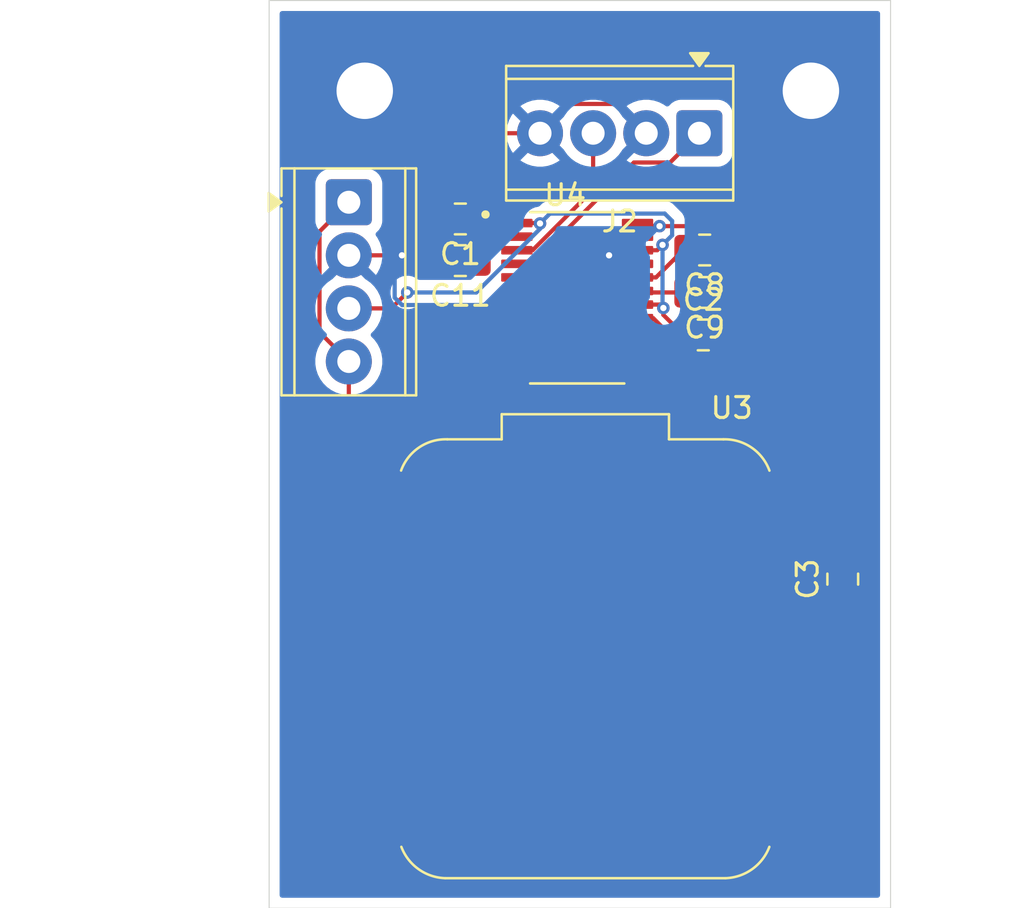
<source format=kicad_pcb>
(kicad_pcb (version 20241229) (generator "pcbnew") (generator_version "9.0")
  (layers (0 "F.Cu" signal) (2 "B.Cu" signal) (13 "F.Paste" user) (15 "B.Paste" user) (5 "F.SilkS" user "F.Silkscreen") (7 "B.SilkS" user "B.Silkscreen") (1 "F.Mask" user) (3 "B.Mask" user) (25 "Edge.Cuts" user))
  (net 0 "")
  (net 1 "+3.3V")
  (net 2 "Net-(U4-REF)")
  (net 3 "Net-(U4-REFCAP)")
  (net 4 "Net-(U3-PA6_A10_D10_MOSI)")
  (net 5 "Net-(U3-PA7_A8_D8_SCK)")
  (net 8 "Net-(U3-PA02_A0_D0)")
  (net 11 "Net-(U3-PA4_A1_D1)")
  (net 14 "Net-(U3-PA5_A9_D9_MISO)")
  (net 16 "Net-(J2-Pin_3)")
  (net 17 "Net-(J2-Pin_1)")
  (net 23 "+5V")
  (net 24 "GND")
  (footprint "RF_Module:MCU_Seeed_ESP32C3" (layer "F.Cu") (at 149.996 114.046)
    (property "Reference" "U3" (at 7 -12 0) (layer "F.SilkS"))
    (property "Value" "MOUDLE-SEEEDUINO-XIAO-ESP32C3")
    (fp_line (start -6.7 10.5) (end 6.7 10.5) (stroke (width 0.12)) (layer "F.SilkS"))
    (fp_line (start -4 -11.7) (end 4 -11.7) (stroke (width 0.12)) (layer "F.SilkS"))
    (fp_line (start -4 -10.5) (end -6.6 -10.5) (stroke (width 0.12)) (layer "F.SilkS"))
    (fp_line (start -4 -10.5) (end -4 -11.7) (stroke (width 0.12)) (layer "F.SilkS"))
    (fp_line (start 4 -11.7) (end 4 -10.5) (stroke (width 0.12)) (layer "F.SilkS"))
    (fp_line (start 6.6 -10.5) (end 4 -10.5) (stroke (width 0.12)) (layer "F.SilkS"))
    (fp_arc (start -8.812892 -9.00468) (mid -7.949609 -10.111769) (end -6.600468 -10.499999) (stroke (width 0.12)) (layer "F.SilkS"))
    (fp_arc (start -6.7 10.5) (mid -7.977232 10.068125) (end -8.8 9) (stroke (width 0.12)) (layer "F.SilkS"))
    (fp_arc (start 6.6 -10.499999) (mid 7.944325 -10.107116) (end 8.804034 -9.001464) (stroke (width 0.12)) (layer "F.SilkS"))
    (fp_arc (start 8.8 9) (mid 7.977232 10.068125) (end 6.7 10.5) (stroke (width 0.12)) (layer "F.SilkS"))
    (pad "1" smd roundrect (at -8.5 -7.62) (size 3 2) (layers "F.Cu" "F.Mask" "F.Paste") (net 8 "Net-(U3-PA02_A0_D0)"))
    (pad "2" smd roundrect (at -8.5 -5.08) (size 3 2) (layers "F.Cu" "F.Mask" "F.Paste") (net 11 "Net-(U3-PA4_A1_D1)"))
    (pad "3" smd roundrect (at -8.5 -2.54) (size 3 2) (layers "F.Cu" "F.Mask" "F.Paste"))
    (pad "4" smd roundrect (at -8.5 0) (size 3 2) (layers "F.Cu" "F.Mask" "F.Paste"))
    (pad "5" smd roundrect (at -8.5 2.54) (size 3 2) (layers "F.Cu" "F.Mask" "F.Paste"))
    (pad "6" smd roundrect (at -8.5 5.08) (size 3 2) (layers "F.Cu" "F.Mask" "F.Paste"))
    (pad "7" smd roundrect (at -8.5 7.62) (size 3 2) (layers "F.Cu" "F.Mask" "F.Paste"))
    (pad "8" smd roundrect (at 8.5 7.62) (size 3 2) (layers "F.Cu" "F.Mask" "F.Paste"))
    (pad "9" smd roundrect (at 8.5 5.08) (size 3 2) (layers "F.Cu" "F.Mask" "F.Paste") (net 5 "Net-(U3-PA7_A8_D8_SCK)"))
    (pad "10" smd roundrect (at 8.5 2.54) (size 3 2) (layers "F.Cu" "F.Mask" "F.Paste") (net 14 "Net-(U3-PA5_A9_D9_MISO)"))
    (pad "11" smd roundrect (at 8.5 0) (size 3 2) (layers "F.Cu" "F.Mask" "F.Paste") (net 4 "Net-(U3-PA6_A10_D10_MOSI)"))
    (pad "12" smd roundrect (at 8.5 -2.54) (size 3 2) (layers "F.Cu" "F.Mask" "F.Paste") (net 1 "+3.3V"))
    (pad "13" smd roundrect (at 8.5 -5.08) (size 3 2) (layers "F.Cu" "F.Mask" "F.Paste") (net 24 "GND"))
    (pad "14" smd roundrect (at 8.5 -7.62) (size 3 2) (layers "F.Cu" "F.Mask" "F.Paste"))
    (pad "15" smd roundrect (at 2.1 0.6) (size 3.5 3.5) (property pad_prop_heatsink) (layers "F.Cu" "F.Mask") (roundrect_rratio 0.07142857143))
    (pad "16" smd roundrect (at -4.5 -0.4) (size 2.3 1.3) (layers "F.Cu" "F.Mask" "F.Paste") (roundrect_rratio 0.1923076923))
    (pad "17" smd roundrect (at -4.5 -2.3) (size 2.3 1.3) (layers "F.Cu" "F.Mask" "F.Paste") (roundrect_rratio 0.1923076923))
    (pad "18" smd circle (at -1.27 -8.62) (size 1.3 1.3) (layers "F.Cu" "F.Mask" "F.Paste"))
    (pad "19" smd circle (at -1.27 -6.04) (size 1.3 1.3) (layers "F.Cu" "F.Mask" "F.Paste"))
    (pad "20" smd circle (at -1.27 -3.5) (size 1.3 1.3) (layers "F.Cu" "F.Mask" "F.Paste"))
    (pad "21" smd circle (at 1.27 -3.5) (size 1.3 1.3) (layers "F.Cu" "F.Mask" "F.Paste"))
    (pad "22" smd circle (at 1.27 -6.04) (size 1.3 1.3) (layers "F.Cu" "F.Mask" "F.Paste"))
    (pad "23" smd circle (at 1.27 -8.62) (size 1.3 1.3) (layers "F.Cu" "F.Mask" "F.Paste"))
  )
  (footprint "Max1032:SOP65P640X110-24N" (layer "F.Cu") (at 149.606 96.774)
    (property "Reference" "U4" (at -0.575 -4.912 0) (layer "F.SilkS"))
    (property "Value" "MAX1032BEUG_")
    (fp_line (start -2.25 -4.1) (end 2.25 -4.1) (stroke (width 0.127)) (layer "F.SilkS"))
    (fp_line (start -2.25 4.1) (end 2.25 4.1) (stroke (width 0.127)) (layer "F.SilkS"))
    (fp_circle (center -4.385 -3.985) (end -4.285 -3.985) (stroke (width 0.2)) (fill no) (layer "F.SilkS"))
    (pad "1" smd roundrect (at -2.885 -3.575) (size 1.5 0.41) (layers "F.Cu" "F.Mask" "F.Paste") (roundrect_rratio 0.125) (net 23 "+5V"))
    (pad "2" smd roundrect (at -2.885 -2.925) (size 1.5 0.41) (layers "F.Cu" "F.Mask" "F.Paste") (roundrect_rratio 0.125) (net 23 "+5V"))
    (pad "3" smd roundrect (at -2.885 -2.275) (size 1.5 0.41) (layers "F.Cu" "F.Mask" "F.Paste") (roundrect_rratio 0.125) (net 16 "Net-(J2-Pin_3)"))
    (pad "4" smd roundrect (at -2.885 -1.625) (size 1.5 0.41) (layers "F.Cu" "F.Mask" "F.Paste") (roundrect_rratio 0.125) (net 17 "Net-(J2-Pin_1)"))
    (pad "5" smd roundrect (at -2.885 -0.975) (size 1.5 0.41) (layers "F.Cu" "F.Mask" "F.Paste") (roundrect_rratio 0.125))
    (pad "6" smd roundrect (at -2.885 -0.325) (size 1.5 0.41) (layers "F.Cu" "F.Mask" "F.Paste") (roundrect_rratio 0.125))
    (pad "7" smd roundrect (at -2.885 0.325) (size 1.5 0.41) (layers "F.Cu" "F.Mask" "F.Paste") (roundrect_rratio 0.125))
    (pad "8" smd roundrect (at -2.885 0.975) (size 1.5 0.41) (layers "F.Cu" "F.Mask" "F.Paste") (roundrect_rratio 0.125))
    (pad "9" smd roundrect (at -2.885 1.625) (size 1.5 0.41) (layers "F.Cu" "F.Mask" "F.Paste") (roundrect_rratio 0.125))
    (pad "10" smd roundrect (at -2.885 2.275) (size 1.5 0.41) (layers "F.Cu" "F.Mask" "F.Paste") (roundrect_rratio 0.125) (net 8 "Net-(U3-PA02_A0_D0)"))
    (pad "11" smd roundrect (at -2.885 2.925) (size 1.5 0.41) (layers "F.Cu" "F.Mask" "F.Paste") (roundrect_rratio 0.125) (net 4 "Net-(U3-PA6_A10_D10_MOSI)"))
    (pad "12" smd roundrect (at -2.885 3.575) (size 1.5 0.41) (layers "F.Cu" "F.Mask" "F.Paste") (roundrect_rratio 0.125) (net 11 "Net-(U3-PA4_A1_D1)"))
    (pad "13" smd roundrect (at 2.885 3.575) (size 1.5 0.41) (layers "F.Cu" "F.Mask" "F.Paste") (roundrect_rratio 0.125) (net 5 "Net-(U3-PA7_A8_D8_SCK)"))
    (pad "14" smd roundrect (at 2.885 2.925) (size 1.5 0.41) (layers "F.Cu" "F.Mask" "F.Paste") (roundrect_rratio 0.125) (net 14 "Net-(U3-PA5_A9_D9_MISO)"))
    (pad "15" smd roundrect (at 2.885 2.275) (size 1.5 0.41) (layers "F.Cu" "F.Mask" "F.Paste") (roundrect_rratio 0.125) (net 24 "GND"))
    (pad "16" smd roundrect (at 2.885 1.625) (size 1.5 0.41) (layers "F.Cu" "F.Mask" "F.Paste") (roundrect_rratio 0.125) (net 24 "GND"))
    (pad "17" smd roundrect (at 2.885 0.975) (size 1.5 0.41) (layers "F.Cu" "F.Mask" "F.Paste") (roundrect_rratio 0.125) (net 1 "+3.3V"))
    (pad "18" smd roundrect (at 2.885 0.325) (size 1.5 0.41) (layers "F.Cu" "F.Mask" "F.Paste") (roundrect_rratio 0.125) (net 23 "+5V"))
    (pad "19" smd roundrect (at 2.885 -0.325) (size 1.5 0.41) (layers "F.Cu" "F.Mask" "F.Paste") (roundrect_rratio 0.125) (net 3 "Net-(U4-REFCAP)"))
    (pad "20" smd roundrect (at 2.885 -0.975) (size 1.5 0.41) (layers "F.Cu" "F.Mask" "F.Paste") (roundrect_rratio 0.125) (net 2 "Net-(U4-REF)"))
    (pad "21" smd roundrect (at 2.885 -1.625) (size 1.5 0.41) (layers "F.Cu" "F.Mask" "F.Paste") (roundrect_rratio 0.125) (net 24 "GND"))
    (pad "22" smd roundrect (at 2.885 -2.275) (size 1.5 0.41) (layers "F.Cu" "F.Mask" "F.Paste") (roundrect_rratio 0.125) (net 23 "+5V"))
    (pad "23" smd roundrect (at 2.885 -2.925) (size 1.5 0.41) (layers "F.Cu" "F.Mask" "F.Paste") (roundrect_rratio 0.125) (net 24 "GND"))
    (pad "24" smd roundrect (at 2.885 -3.575) (size 1.5 0.41) (layers "F.Cu" "F.Mask" "F.Paste") (roundrect_rratio 0.125) (net 24 "GND"))
  )
  (footprint "Capacitor_SMD:C_0805_2012Metric" (layer "F.Cu") (at 155.702 94.488 180)
    (property "Reference" "C8" (at 0 -1.68 0) (layer "F.SilkS"))
    (property "Value" "1e-6")
    (fp_line (start -0.261252 0.735) (end 0.261252 0.735) (stroke (width 0.12)) (layer "F.SilkS"))
    (fp_line (start -0.261252 -0.735) (end 0.261252 -0.735) (stroke (width 0.12)) (layer "F.SilkS"))
    (pad "1" smd roundrect (at -0.95 0 180) (size 1 1.45) (layers "F.Cu" "F.Mask" "F.Paste") (net 24 "GND"))
    (pad "2" smd roundrect (at 0.95 0 180) (size 1 1.45) (layers "F.Cu" "F.Mask" "F.Paste") (net 2 "Net-(U4-REF)"))
  )
  (footprint "TerminalBlock_Phoenix:TerminalBlock_Phoenix_MPT-0,5-4-2.54_1x04_P2.54mm_Horizontal" (layer "F.Cu") (at 155.448 88.9 180)
    (property "Reference" "J2" (at 3.81 -4.22 0) (layer "F.SilkS"))
    (property "Value" "Screw_Terminal_01x04")
    (fp_line (start 9.24 3.22) (end 0.3 3.22) (stroke (width 0.12)) (layer "F.SilkS"))
    (fp_line (start 9.24 -3.22) (end 9.24 3.22) (stroke (width 0.12)) (layer "F.SilkS"))
    (fp_line (start -0.3 3.22) (end -1.62 3.22) (stroke (width 0.12)) (layer "F.SilkS"))
    (fp_line (start -1.62 3.22) (end -1.62 -3.22) (stroke (width 0.12)) (layer "F.SilkS"))
    (fp_line (start -1.62 2.6) (end 9.24 2.6) (stroke (width 0.12)) (layer "F.SilkS"))
    (fp_line (start -1.62 -2.7) (end 9.24 -2.7) (stroke (width 0.12)) (layer "F.SilkS"))
    (fp_line (start -1.62 -3.22) (end 9.24 -3.22) (stroke (width 0.12)) (layer "F.SilkS"))
    (fp_poly (pts (xy 0 3.22) (xy 0.44 3.83) (xy -0.44 3.83)) (stroke (width 0.12)) (fill yes) (layer "F.SilkS"))
    (pad "1" thru_hole roundrect (at 0 0 180) (size 2.2 2.2) (drill 1.1) (layers "*.Cu" "*.Mask") (roundrect_rratio 0.113636) (net 17 "Net-(J2-Pin_1)"))
    (pad "2" thru_hole circle (at 2.54 0 180) (size 2.2 2.2) (drill 1.1) (layers "*.Cu" "*.Mask") (net 24 "GND"))
    (pad "3" thru_hole circle (at 5.08 0 180) (size 2.2 2.2) (drill 1.1) (layers "*.Cu" "*.Mask") (net 16 "Net-(J2-Pin_3)"))
    (pad "4" thru_hole circle (at 7.62 0 180) (size 2.2 2.2) (drill 1.1) (layers "*.Cu" "*.Mask") (net 24 "GND"))
  )
  (footprint "Capacitor_SMD:C_0805_2012Metric" (layer "F.Cu") (at 144.018 94.996 180)
    (property "Reference" "C11" (at 0 -1.68 0) (layer "F.SilkS"))
    (property "Value" "0.1e-6")
    (fp_line (start -0.261252 0.735) (end 0.261252 0.735) (stroke (width 0.12)) (layer "F.SilkS"))
    (fp_line (start -0.261252 -0.735) (end 0.261252 -0.735) (stroke (width 0.12)) (layer "F.SilkS"))
    (pad "1" smd roundrect (at -0.95 0 180) (size 1 1.45) (layers "F.Cu" "F.Mask" "F.Paste") (net 23 "+5V"))
    (pad "2" smd roundrect (at 0.95 0 180) (size 1 1.45) (layers "F.Cu" "F.Mask" "F.Paste") (net 24 "GND"))
  )
  (footprint "Capacitor_SMD:C_0805_2012Metric" (layer "F.Cu") (at 155.702 96.52 180)
    (property "Reference" "C9" (at 0 -1.68 0) (layer "F.SilkS"))
    (property "Value" "0.1e-6")
    (fp_line (start -0.261252 0.735) (end 0.261252 0.735) (stroke (width 0.12)) (layer "F.SilkS"))
    (fp_line (start -0.261252 -0.735) (end 0.261252 -0.735) (stroke (width 0.12)) (layer "F.SilkS"))
    (pad "1" smd roundrect (at -0.95 0 180) (size 1 1.45) (layers "F.Cu" "F.Mask" "F.Paste") (net 24 "GND"))
    (pad "2" smd roundrect (at 0.95 0 180) (size 1 1.45) (layers "F.Cu" "F.Mask" "F.Paste") (net 3 "Net-(U4-REFCAP)"))
  )
  (footprint "Capacitor_SMD:C_0805_2012Metric" (layer "F.Cu") (at 155.636 98.552)
    (property "Reference" "C2" (at 0 -1.68 0) (layer "F.SilkS"))
    (property "Value" "0.1e-6")
    (fp_line (start -0.261252 -0.735) (end 0.261252 -0.735) (stroke (width 0.12)) (layer "F.SilkS"))
    (fp_line (start -0.261252 0.735) (end 0.261252 0.735) (stroke (width 0.12)) (layer "F.SilkS"))
    (pad "1" smd roundrect (at -0.95 0) (size 1 1.45) (layers "F.Cu" "F.Mask" "F.Paste") (net 23 "+5V"))
    (pad "2" smd roundrect (at 0.95 0) (size 1 1.45) (layers "F.Cu" "F.Mask" "F.Paste") (net 24 "GND"))
  )
  (footprint "Capacitor_SMD:C_0805_2012Metric" (layer "F.Cu") (at 162.306 110.236 90)
    (property "Reference" "C3" (at 0 -1.68 90) (layer "F.SilkS"))
    (property "Value" "0.1e-6")
    (fp_line (start -0.261252 -0.735) (end 0.261252 -0.735) (stroke (width 0.12)) (layer "F.SilkS"))
    (fp_line (start -0.261252 0.735) (end 0.261252 0.735) (stroke (width 0.12)) (layer "F.SilkS"))
    (pad "1" smd roundrect (at -0.95 0 90) (size 1 1.45) (layers "F.Cu" "F.Mask" "F.Paste") (net 1 "+3.3V"))
    (pad "2" smd roundrect (at 0.95 0 90) (size 1 1.45) (layers "F.Cu" "F.Mask" "F.Paste") (net 24 "GND"))
  )
  (footprint "Capacitor_SMD:C_0805_2012Metric" (layer "F.Cu") (at 144.018 93.0025 180)
    (property "Reference" "C1" (at 0 -1.68 0) (layer "F.SilkS"))
    (property "Value" "0.1e-6")
    (fp_line (start -0.261252 0.735) (end 0.261252 0.735) (stroke (width 0.12)) (layer "F.SilkS"))
    (fp_line (start -0.261252 -0.735) (end 0.261252 -0.735) (stroke (width 0.12)) (layer "F.SilkS"))
    (pad "1" smd roundrect (at -0.95 0 180) (size 1 1.45) (layers "F.Cu" "F.Mask" "F.Paste") (net 23 "+5V"))
    (pad "2" smd roundrect (at 0.95 0 180) (size 1 1.45) (layers "F.Cu" "F.Mask" "F.Paste") (net 24 "GND"))
  )
  (footprint "TerminalBlock_Phoenix:TerminalBlock_Phoenix_MPT-0,5-4-2.54_1x04_P2.54mm_Horizontal" (layer "F.Cu") (at 138.684 92.202 -90)
    (property "Reference" "J1" (hide yes))
    (property "Value" "Screw_Terminal_01x04" (hide yes))
    (fp_line (start -1.62 3.22) (end -1.62 -3.22) (stroke (width 0.12)) (layer "F.SilkS"))
    (fp_line (start -0.3 3.22) (end -1.62 3.22) (stroke (width 0.12)) (layer "F.SilkS"))
    (fp_line (start 9.24 3.22) (end 0.3 3.22) (stroke (width 0.12)) (layer "F.SilkS"))
    (fp_line (start -1.62 2.6) (end 9.24 2.6) (stroke (width 0.12)) (layer "F.SilkS"))
    (fp_line (start -1.62 -2.7) (end 9.24 -2.7) (stroke (width 0.12)) (layer "F.SilkS"))
    (fp_line (start -1.62 -3.22) (end 9.24 -3.22) (stroke (width 0.12)) (layer "F.SilkS"))
    (fp_line (start 9.24 -3.22) (end 9.24 3.22) (stroke (width 0.12)) (layer "F.SilkS"))
    (fp_poly (pts (xy 0 3.22) (xy 0.44 3.83) (xy -0.44 3.83)) (stroke (width 0.12)) (fill yes) (layer "F.SilkS"))
    (pad "1" thru_hole roundrect (at 0 0 270) (size 2.2 2.2) (drill 1.1) (layers "*.Cu" "*.Mask") (roundrect_rratio 0.113636) (net 1 "+3.3V"))
    (pad "2" thru_hole circle (at 2.54 0 270) (size 2.2 2.2) (drill 1.1) (layers "*.Cu" "*.Mask") (net 24 "GND"))
    (pad "3" thru_hole circle (at 5.08 0 270) (size 2.2 2.2) (drill 1.1) (layers "*.Cu" "*.Mask") (net 23 "+5V"))
    (pad "4" thru_hole circle (at 7.62 0 270) (size 2.2 2.2) (drill 1.1) (layers "*.Cu" "*.Mask") (net 1 "+3.3V"))
  )
  (footprint "MountingHole:MountingHole_2.7mm_M2.5" (layer "F.Cu") (at 139.446 86.868)
    (property "Reference" "REF**" (hide yes))
    (property "Value" "MountingHole_2.7mm_M2.5")
    (pad "" np_thru_hole circle (at 0 0) (size 2.7 2.7) (drill 2.7) (layers "*.Cu" "*.Mask"))
  )
  (footprint "MountingHole:MountingHole_2.7mm_M2.5" (layer "F.Cu") (at 160.782 86.868)
    (property "Reference" "REF**" (hide yes))
    (property "Value" "MountingHole_2.7mm_M2.5")
    (pad "" np_thru_hole circle (at 0 0) (size 2.7 2.7) (drill 2.7) (layers "*.Cu" "*.Mask"))
  )
  (gr_line (start 134.874 82.55) (end 164.592 82.55) (stroke (width 0.05)) (layer "Edge.Cuts"))
  (gr_line (start 134.874 125.984) (end 134.874 82.55) (stroke (width 0.05)) (layer "Edge.Cuts"))
  (gr_line (start 164.592 82.55) (end 164.592 125.984) (stroke (width 0.05)) (layer "Edge.Cuts"))
  (gr_line (start 164.592 125.984) (end 134.874 125.984) (stroke (width 0.05)) (layer "Edge.Cuts"))
  (segment (start 156.185 110.695) (end 156.996 111.506) (width 0.2) (layer "F.Cu") (net 1))
  (segment (start 160.698 113.2) (end 159.004 111.506) (width 0.2) (layer "F.Cu") (net 1))
  (segment (start 137.283 98.421) (end 138.684 99.822) (width 0.2) (layer "F.Cu") (net 1))
  (segment (start 138.684 121.494058) (end 140.557942 123.368) (width 0.2) (layer "F.Cu") (net 1))
  (segment (start 138.684 99.822) (end 138.684 121.494058) (width 0.2) (layer "F.Cu") (net 1))
  (segment (start 153.240999 97.749) (end 153.885 98.393001) (width 0.2) (layer "F.Cu") (net 1))
  (segment (start 158.496 111.506) (end 162.0135 111.506) (width 0.2) (layer "F.Cu") (net 1))
  (segment (start 137.283 93.603) (end 137.283 98.421) (width 0.2) (layer "F.Cu") (net 1))
  (segment (start 153.885 98.393001) (end 153.885 99.775901) (width 0.2) (layer "F.Cu") (net 1))
  (segment (start 160.001158 123.368) (end 160.698 122.671158) (width 0.2) (layer "F.Cu") (net 1))
  (segment (start 156.996 111.506) (end 158.496 111.506) (width 0.2) (layer "F.Cu") (net 1))
  (segment (start 156.185 102.075901) (end 156.185 110.695) (width 0.2) (layer "F.Cu") (net 1))
  (segment (start 153.885 99.775901) (end 156.185 102.075901) (width 0.2) (layer "F.Cu") (net 1))
  (segment (start 139.695 122.505058) (end 140.557942 123.368) (width 0.2) (layer "F.Cu") (net 1))
  (segment (start 159.004 111.506) (end 158.496 111.506) (width 0.2) (layer "F.Cu") (net 1))
  (segment (start 152.491 97.749) (end 153.240999 97.749) (width 0.2) (layer "F.Cu") (net 1))
  (segment (start 138.684 92.202) (end 137.283 93.603) (width 0.2) (layer "F.Cu") (net 1))
  (segment (start 140.557942 123.368) (end 160.001158 123.368) (width 0.2) (layer "F.Cu") (net 1))
  (segment (start 160.698 122.671158) (end 160.698 113.2) (width 0.2) (layer "F.Cu") (net 1))
  (segment (start 154.686 94.488) (end 153.375 95.799) (width 0.2) (layer "F.Cu") (net 2))
  (segment (start 153.375 95.799) (end 152.491 95.799) (width 0.2) (layer "F.Cu") (net 2))
  (segment (start 152.562 96.52) (end 152.491 96.449) (width 0.2) (layer "F.Cu") (net 3))
  (segment (start 154.752 96.52) (end 152.562 96.52) (width 0.2) (layer "F.Cu") (net 3))
  (segment (start 159.835058 122.967) (end 156.63084 122.967) (width 0.2) (layer "F.Cu") (net 4))
  (segment (start 160.297 114.347) (end 160.297 122.505058) (width 0.2) (layer "F.Cu") (net 4))
  (segment (start 147.470999 99.699) (end 146.721 99.699) (width 0.2) (layer "F.Cu") (net 4))
  (segment (start 147.772 100.000001) (end 147.470999 99.699) (width 0.2) (layer "F.Cu") (net 4))
  (segment (start 160.297 122.505058) (end 159.835058 122.967) (width 0.2) (layer "F.Cu") (net 4))
  (segment (start 159.996 114.046) (end 160.297 114.347) (width 0.2) (layer "F.Cu") (net 4))
  (segment (start 158.496 114.046) (end 159.996 114.046) (width 0.2) (layer "F.Cu") (net 4))
  (segment (start 147.772 114.10816) (end 147.772 100.000001) (width 0.2) (layer "F.Cu") (net 4))
  (segment (start 156.63084 122.967) (end 147.772 114.10816) (width 0.2) (layer "F.Cu") (net 4))
  (segment (start 158.395942 119.126) (end 154.225421 114.955479) (width 0.2) (layer "F.Cu") (net 5))
  (segment (start 154.225421 114.955479) (end 154.225421 112.982579) (width 0.2) (layer "F.Cu") (net 5))
  (segment (start 152.491 111.248158) (end 152.491 100.349) (width 0.2) (layer "F.Cu") (net 5))
  (segment (start 158.496 119.126) (end 157.734 119.126) (width 0.2) (layer "F.Cu") (net 5))
  (segment (start 158.496 119.126) (end 158.395942 119.126) (width 0.2) (layer "F.Cu") (net 5))
  (segment (start 154.225421 112.982579) (end 152.491 111.248158) (width 0.2) (layer "F.Cu") (net 5))
  (segment (start 141.496 106.426) (end 141.496 103.571922) (width 0.2) (layer "F.Cu") (net 8))
  (segment (start 142.193738 103.571922) (end 145.542 100.22366) (width 0.2) (layer "F.Cu") (net 8))
  (segment (start 141.496 106.426) (end 141.395942 106.426) (width 0.2) (layer "F.Cu") (net 8))
  (segment (start 145.542 99.478001) (end 145.971001 99.049) (width 0.2) (layer "F.Cu") (net 8))
  (segment (start 141.496 103.571922) (end 142.193738 103.571922) (width 0.2) (layer "F.Cu") (net 8))
  (segment (start 145.542 100.22366) (end 145.542 99.478001) (width 0.2) (layer "F.Cu") (net 8))
  (segment (start 145.971001 99.049) (end 146.721 99.049) (width 0.2) (layer "F.Cu") (net 8))
  (segment (start 141.496 108.966) (end 142.996 108.966) (width 0.2) (layer "F.Cu") (net 11))
  (segment (start 146.721 105.241) (end 146.721 100.349) (width 0.2) (layer "F.Cu") (net 11))
  (segment (start 142.996 108.966) (end 146.721 105.241) (width 0.2) (layer "F.Cu") (net 11))
  (segment (start 153.542 100.000001) (end 153.240999 99.699) (width 0.2) (layer "F.Cu") (net 14))
  (segment (start 153.240999 99.699) (end 152.491 99.699) (width 0.2) (layer "F.Cu") (net 14))
  (segment (start 158.395942 116.586) (end 153.542 111.732058) (width 0.2) (layer "F.Cu") (net 14))
  (segment (start 153.542 111.732058) (end 153.542 100.000001) (width 0.2) (layer "F.Cu") (net 14))
  (segment (start 158.496 116.586) (end 158.395942 116.586) (width 0.2) (layer "F.Cu") (net 14))
  (segment (start 147.470999 94.499) (end 150.368 91.601999) (width 0.2) (layer "F.Cu") (net 16))
  (segment (start 150.368 91.601999) (end 150.368 88.9) (width 0.2) (layer "F.Cu") (net 16))
  (segment (start 146.721 94.499) (end 147.470999 94.499) (width 0.2) (layer "F.Cu") (net 16))
  (segment (start 152.318999 90.301) (end 154.047 90.301) (width 0.2) (layer "F.Cu") (net 17))
  (segment (start 146.721 95.149) (end 147.470999 95.149) (width 0.2) (layer "F.Cu") (net 17))
  (segment (start 154.047 90.301) (end 155.448 88.9) (width 0.2) (layer "F.Cu") (net 17))
  (segment (start 147.470999 95.149) (end 152.318999 90.301) (width 0.2) (layer "F.Cu") (net 17))
  (segment (start 139.192 97.282) (end 140.716 97.282) (width 0.2) (layer "F.Cu") (net 23))
  (segment (start 154.686 98.552) (end 154.686 98.4929) (width 0.2) (layer "F.Cu") (net 23))
  (segment (start 146.721 93.199) (end 146.721 93.849) (width 0.2) (layer "F.Cu") (net 23))
  (segment (start 144.968 94.996) (end 144.968 94.271) (width 0.2) (layer "F.Cu") (net 23))
  (segment (start 147.809 93.199) (end 147.828 93.218) (width 0.2) (layer "F.Cu") (net 23))
  (segment (start 145.39 93.849) (end 146.721 93.849) (width 0.2) (layer "F.Cu") (net 23))
  (segment (start 153.72673 97.59273) (end 154.686 98.552) (width 0.2) (layer "F.Cu") (net 23))
  (segment (start 140.716 97.282) (end 141.478 96.52) (width 0.2) (layer "F.Cu") (net 23))
  (segment (start 153.562823 97.099) (end 153.72673 97.262907) (width 0.2) (layer "F.Cu") (net 23))
  (segment (start 144.968 93.0025) (end 146.5245 93.0025) (width 0.2) (layer "F.Cu") (net 23))
  (segment (start 146.5245 93.0025) (end 146.721 93.199) (width 0.2) (layer "F.Cu") (net 23))
  (segment (start 146.721 93.199) (end 147.809 93.199) (width 0.2) (layer "F.Cu") (net 23))
  (segment (start 144.968 94.271) (end 145.39 93.849) (width 0.2) (layer "F.Cu") (net 23))
  (segment (start 153.43081 94.499) (end 153.68699 94.24282) (width 0.2) (layer "F.Cu") (net 23))
  (segment (start 151.741001 94.499) (end 152.491 94.499) (width 0.2) (layer "F.Cu") (net 23))
  (segment (start 153.72673 97.262907) (end 153.72673 97.59273) (width 0.2) (layer "F.Cu") (net 23))
  (segment (start 152.491 94.499) (end 153.43081 94.499) (width 0.2) (layer "F.Cu") (net 23))
  (segment (start 152.491 97.099) (end 153.562823 97.099) (width 0.2) (layer "F.Cu") (net 23))
  (via (at 153.72673 97.262907) (size 0.6) (drill 0.3) (layers "F.Cu" "B.Cu") (net 23))
  (via (at 147.828 93.218) (size 0.6) (drill 0.3) (layers "F.Cu" "B.Cu") (net 23))
  (via (at 153.68699 94.24282) (size 0.6) (drill 0.3) (layers "F.Cu" "B.Cu") (net 23))
  (via (at 141.478 96.52) (size 0.6) (drill 0.3) (layers "F.Cu" "B.Cu") (net 23))
  (segment (start 153.793678 92.745734) (end 154.145735 93.097791) (width 0.2) (layer "B.Cu") (net 23))
  (segment (start 147.828 93.472) (end 147.828 93.218) (width 0.2) (layer "B.Cu") (net 23))
  (segment (start 154.145735 93.097791) (end 154.145735 93.784075) (width 0.2) (layer "B.Cu") (net 23))
  (segment (start 148.300266 92.745734) (end 153.793678 92.745734) (width 0.2) (layer "B.Cu") (net 23))
  (segment (start 147.828 93.218) (end 148.300266 92.745734) (width 0.2) (layer "B.Cu") (net 23))
  (segment (start 144.78 96.52) (end 147.828 93.472) (width 0.2) (layer "B.Cu") (net 23))
  (segment (start 141.478 96.52) (end 144.78 96.52) (width 0.2) (layer "B.Cu") (net 23))
  (segment (start 153.68699 97.223167) (end 153.72673 97.262907) (width 0.2) (layer "B.Cu") (net 23))
  (segment (start 154.145735 93.784075) (end 153.68699 94.24282) (width 0.2) (layer "B.Cu") (net 23))
  (segment (start 153.68699 94.24282) (end 153.68699 97.223167) (width 0.2) (layer "B.Cu") (net 23))
  (segment (start 152.908 88.9) (end 151.507 87.499) (width 0.2) (layer "F.Cu") (net 24))
  (segment (start 158.816 109.286) (end 158.496 108.966) (width 0.2) (layer "F.Cu") (net 24))
  (segment (start 155.510734 93.346734) (end 156.652 94.488) (width 0.2) (layer "F.Cu") (net 24))
  (segment (start 151.739 98.399) (end 151.44 98.1) (width 0.2) (layer "F.Cu") (net 24))
  (segment (start 151.537 95.149) (end 151.13 94.742) (width 0.2) (layer "F.Cu") (net 24))
  (segment (start 139.192 94.742) (end 141.224 94.742) (width 0.2) (layer "F.Cu") (net 24))
  (segment (start 151.44 95.497922) (end 151.788922 95.149) (width 0.2) (layer "F.Cu") (net 24))
  (segment (start 143.068 94.996) (end 141.478 94.996) (width 0.2) (layer "F.Cu") (net 24))
  (segment (start 152.491 95.149) (end 151.537 95.149) (width 0.2) (layer "F.Cu") (net 24))
  (segment (start 152.491 98.399) (end 152.491 99.049) (width 0.2) (layer "F.Cu") (net 24))
  (segment (start 147.828 88.9) (end 144.526 88.9) (width 0.2) (layer "F.Cu") (net 24))
  (segment (start 156.586 94.488) (end 156.586 98.552) (width 0.2) (layer "F.Cu") (net 24))
  (segment (start 153.544735 93.346734) (end 155.510734 93.346734) (width 0.2) (layer "F.Cu") (net 24))
  (segment (start 153.544735 93.346734) (end 152.638734 93.346734) (width 0.2) (layer "F.Cu") (net 24))
  (segment (start 141.224 92.202) (end 141.224 94.742) (width 0.2) (layer "F.Cu") (net 24))
  (segment (start 158.75 108.966) (end 159.0425 108.6735) (width 0.2) (layer "F.Cu") (net 24))
  (segment (start 156.996 108.966) (end 158.496 108.966) (width 0.2) (layer "F.Cu") (net 24))
  (segment (start 151.44 98.1) (end 151.44 95.497922) (width 0.2) (layer "F.Cu") (net 24))
  (segment (start 162.306 109.286) (end 158.816 109.286) (width 0.2) (layer "F.Cu") (net 24))
  (segment (start 143.068 93.0025) (end 143.068 94.996) (width 0.2) (layer "F.Cu") (net 24))
  (segment (start 156.586 108.556) (end 156.996 108.966) (width 0.2) (layer "F.Cu") (net 24))
  (segment (start 152.638734 93.346734) (end 152.491 93.199) (width 0.2) (layer "F.Cu") (net 24))
  (segment (start 152.491 98.399) (end 151.739 98.399) (width 0.2) (layer "F.Cu") (net 24))
  (segment (start 158.496 108.966) (end 158.75 108.966) (width 0.2) (layer "F.Cu") (net 24))
  (segment (start 156.586 98.552) (end 156.586 108.556) (width 0.2) (layer "F.Cu") (net 24))
  (segment (start 151.507 87.499) (end 149.229 87.499) (width 0.2) (layer "F.Cu") (net 24))
  (segment (start 144.526 88.9) (end 141.224 92.202) (width 0.2) (layer "F.Cu") (net 24))
  (segment (start 149.229 87.499) (end 147.828 88.9) (width 0.2) (layer "F.Cu") (net 24))
  (segment (start 141.478 94.996) (end 141.224 94.742) (width 0.2) (layer "F.Cu") (net 24))
  (segment (start 152.491 93.849) (end 152.491 93.199) (width 0.2) (layer "F.Cu") (net 24))
  (segment (start 151.788922 95.149) (end 152.491 95.149) (width 0.2) (layer "F.Cu") (net 24))
  (via (at 153.544735 93.346734) (size 0.6) (drill 0.3) (layers "F.Cu" "B.Cu") (net 24))
  (via (at 141.224 94.742) (size 0.6) (drill 0.3) (layers "F.Cu" "B.Cu") (net 24))
  (via (at 151.13 94.742) (size 0.6) (drill 0.3) (layers "F.Cu" "B.Cu") (net 24))
  (segment (start 140.877 95.089) (end 140.877 96.768943) (width 0.2) (layer "B.Cu") (net 24))
  (segment (start 152.911469 93.98) (end 153.544735 93.346734) (width 0.2) (layer "B.Cu") (net 24))
  (segment (start 140.877 96.768943) (end 141.229057 97.121) (width 0.2) (layer "B.Cu") (net 24))
  (segment (start 148.751 97.121) (end 151.13 94.742) (width 0.2) (layer "B.Cu") (net 24))
  (segment (start 141.229057 97.121) (end 148.751 97.121) (width 0.2) (layer "B.Cu") (net 24))
  (segment (start 151.13 94.742) (end 151.892 93.98) (width 0.2) (layer "B.Cu") (net 24))
  (segment (start 152.146 93.98) (end 152.911469 93.98) (width 0.2) (layer "B.Cu") (net 24))
  (segment (start 151.892 93.98) (end 152.146 93.98) (width 0.2) (layer "B.Cu") (net 24))
  (segment (start 141.224 94.742) (end 140.877 95.089) (width 0.2) (layer "B.Cu") (net 24))
  (zone (net 24) (net_name "GND") (layer "B.Cu") (priority 2) (connect_pads (clearance 0.5)) (min_thickness 0.25) (fill yes (thermal_gap 0.5) (thermal_bridge_width 0.5))
    (polygon (pts (xy 164.592 82.55) (xy 134.874 82.55) (xy 134.874 125.984) (xy 164.592 125.984)))
  )
)
</source>
